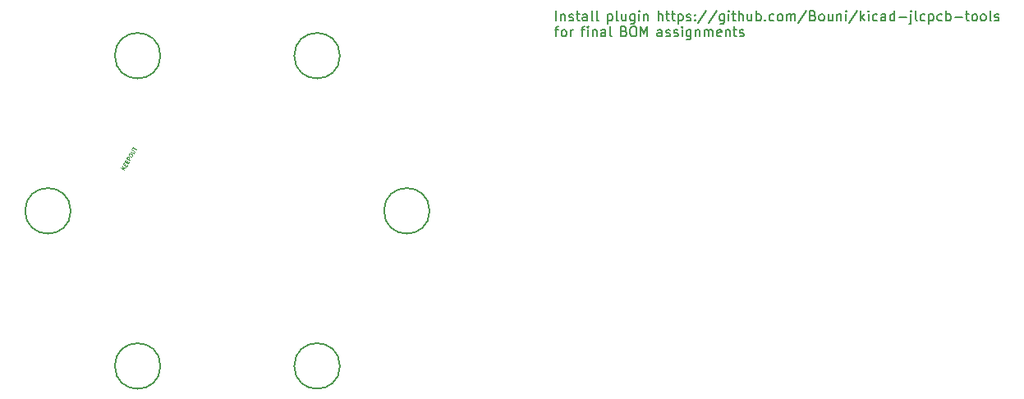
<source format=gbr>
%TF.GenerationSoftware,KiCad,Pcbnew,(7.0.0)*%
%TF.CreationDate,2023-12-11T14:41:33-05:00*%
%TF.ProjectId,stm32-accel-breakout,73746d33-322d-4616-9363-656c2d627265,rev?*%
%TF.SameCoordinates,Original*%
%TF.FileFunction,Other,Comment*%
%FSLAX46Y46*%
G04 Gerber Fmt 4.6, Leading zero omitted, Abs format (unit mm)*
G04 Created by KiCad (PCBNEW (7.0.0)) date 2023-12-11 14:41:33*
%MOMM*%
%LPD*%
G01*
G04 APERTURE LIST*
%ADD10C,0.150000*%
%ADD11C,0.070000*%
G04 APERTURE END LIST*
D10*
X183738095Y-80662380D02*
X183738095Y-79662380D01*
X184214285Y-79995714D02*
X184214285Y-80662380D01*
X184214285Y-80090952D02*
X184261904Y-80043333D01*
X184261904Y-80043333D02*
X184357142Y-79995714D01*
X184357142Y-79995714D02*
X184499999Y-79995714D01*
X184499999Y-79995714D02*
X184595237Y-80043333D01*
X184595237Y-80043333D02*
X184642856Y-80138571D01*
X184642856Y-80138571D02*
X184642856Y-80662380D01*
X185071428Y-80614761D02*
X185166666Y-80662380D01*
X185166666Y-80662380D02*
X185357142Y-80662380D01*
X185357142Y-80662380D02*
X185452380Y-80614761D01*
X185452380Y-80614761D02*
X185499999Y-80519523D01*
X185499999Y-80519523D02*
X185499999Y-80471904D01*
X185499999Y-80471904D02*
X185452380Y-80376666D01*
X185452380Y-80376666D02*
X185357142Y-80329047D01*
X185357142Y-80329047D02*
X185214285Y-80329047D01*
X185214285Y-80329047D02*
X185119047Y-80281428D01*
X185119047Y-80281428D02*
X185071428Y-80186190D01*
X185071428Y-80186190D02*
X185071428Y-80138571D01*
X185071428Y-80138571D02*
X185119047Y-80043333D01*
X185119047Y-80043333D02*
X185214285Y-79995714D01*
X185214285Y-79995714D02*
X185357142Y-79995714D01*
X185357142Y-79995714D02*
X185452380Y-80043333D01*
X185785714Y-79995714D02*
X186166666Y-79995714D01*
X185928571Y-79662380D02*
X185928571Y-80519523D01*
X185928571Y-80519523D02*
X185976190Y-80614761D01*
X185976190Y-80614761D02*
X186071428Y-80662380D01*
X186071428Y-80662380D02*
X186166666Y-80662380D01*
X186928571Y-80662380D02*
X186928571Y-80138571D01*
X186928571Y-80138571D02*
X186880952Y-80043333D01*
X186880952Y-80043333D02*
X186785714Y-79995714D01*
X186785714Y-79995714D02*
X186595238Y-79995714D01*
X186595238Y-79995714D02*
X186500000Y-80043333D01*
X186928571Y-80614761D02*
X186833333Y-80662380D01*
X186833333Y-80662380D02*
X186595238Y-80662380D01*
X186595238Y-80662380D02*
X186500000Y-80614761D01*
X186500000Y-80614761D02*
X186452381Y-80519523D01*
X186452381Y-80519523D02*
X186452381Y-80424285D01*
X186452381Y-80424285D02*
X186500000Y-80329047D01*
X186500000Y-80329047D02*
X186595238Y-80281428D01*
X186595238Y-80281428D02*
X186833333Y-80281428D01*
X186833333Y-80281428D02*
X186928571Y-80233809D01*
X187547619Y-80662380D02*
X187452381Y-80614761D01*
X187452381Y-80614761D02*
X187404762Y-80519523D01*
X187404762Y-80519523D02*
X187404762Y-79662380D01*
X188071429Y-80662380D02*
X187976191Y-80614761D01*
X187976191Y-80614761D02*
X187928572Y-80519523D01*
X187928572Y-80519523D02*
X187928572Y-79662380D01*
X189052382Y-79995714D02*
X189052382Y-80995714D01*
X189052382Y-80043333D02*
X189147620Y-79995714D01*
X189147620Y-79995714D02*
X189338096Y-79995714D01*
X189338096Y-79995714D02*
X189433334Y-80043333D01*
X189433334Y-80043333D02*
X189480953Y-80090952D01*
X189480953Y-80090952D02*
X189528572Y-80186190D01*
X189528572Y-80186190D02*
X189528572Y-80471904D01*
X189528572Y-80471904D02*
X189480953Y-80567142D01*
X189480953Y-80567142D02*
X189433334Y-80614761D01*
X189433334Y-80614761D02*
X189338096Y-80662380D01*
X189338096Y-80662380D02*
X189147620Y-80662380D01*
X189147620Y-80662380D02*
X189052382Y-80614761D01*
X190100001Y-80662380D02*
X190004763Y-80614761D01*
X190004763Y-80614761D02*
X189957144Y-80519523D01*
X189957144Y-80519523D02*
X189957144Y-79662380D01*
X190909525Y-79995714D02*
X190909525Y-80662380D01*
X190480954Y-79995714D02*
X190480954Y-80519523D01*
X190480954Y-80519523D02*
X190528573Y-80614761D01*
X190528573Y-80614761D02*
X190623811Y-80662380D01*
X190623811Y-80662380D02*
X190766668Y-80662380D01*
X190766668Y-80662380D02*
X190861906Y-80614761D01*
X190861906Y-80614761D02*
X190909525Y-80567142D01*
X191814287Y-79995714D02*
X191814287Y-80805238D01*
X191814287Y-80805238D02*
X191766668Y-80900476D01*
X191766668Y-80900476D02*
X191719049Y-80948095D01*
X191719049Y-80948095D02*
X191623811Y-80995714D01*
X191623811Y-80995714D02*
X191480954Y-80995714D01*
X191480954Y-80995714D02*
X191385716Y-80948095D01*
X191814287Y-80614761D02*
X191719049Y-80662380D01*
X191719049Y-80662380D02*
X191528573Y-80662380D01*
X191528573Y-80662380D02*
X191433335Y-80614761D01*
X191433335Y-80614761D02*
X191385716Y-80567142D01*
X191385716Y-80567142D02*
X191338097Y-80471904D01*
X191338097Y-80471904D02*
X191338097Y-80186190D01*
X191338097Y-80186190D02*
X191385716Y-80090952D01*
X191385716Y-80090952D02*
X191433335Y-80043333D01*
X191433335Y-80043333D02*
X191528573Y-79995714D01*
X191528573Y-79995714D02*
X191719049Y-79995714D01*
X191719049Y-79995714D02*
X191814287Y-80043333D01*
X192290478Y-80662380D02*
X192290478Y-79995714D01*
X192290478Y-79662380D02*
X192242859Y-79710000D01*
X192242859Y-79710000D02*
X192290478Y-79757619D01*
X192290478Y-79757619D02*
X192338097Y-79710000D01*
X192338097Y-79710000D02*
X192290478Y-79662380D01*
X192290478Y-79662380D02*
X192290478Y-79757619D01*
X192766668Y-79995714D02*
X192766668Y-80662380D01*
X192766668Y-80090952D02*
X192814287Y-80043333D01*
X192814287Y-80043333D02*
X192909525Y-79995714D01*
X192909525Y-79995714D02*
X193052382Y-79995714D01*
X193052382Y-79995714D02*
X193147620Y-80043333D01*
X193147620Y-80043333D02*
X193195239Y-80138571D01*
X193195239Y-80138571D02*
X193195239Y-80662380D01*
X194271430Y-80662380D02*
X194271430Y-79662380D01*
X194700001Y-80662380D02*
X194700001Y-80138571D01*
X194700001Y-80138571D02*
X194652382Y-80043333D01*
X194652382Y-80043333D02*
X194557144Y-79995714D01*
X194557144Y-79995714D02*
X194414287Y-79995714D01*
X194414287Y-79995714D02*
X194319049Y-80043333D01*
X194319049Y-80043333D02*
X194271430Y-80090952D01*
X195033335Y-79995714D02*
X195414287Y-79995714D01*
X195176192Y-79662380D02*
X195176192Y-80519523D01*
X195176192Y-80519523D02*
X195223811Y-80614761D01*
X195223811Y-80614761D02*
X195319049Y-80662380D01*
X195319049Y-80662380D02*
X195414287Y-80662380D01*
X195604764Y-79995714D02*
X195985716Y-79995714D01*
X195747621Y-79662380D02*
X195747621Y-80519523D01*
X195747621Y-80519523D02*
X195795240Y-80614761D01*
X195795240Y-80614761D02*
X195890478Y-80662380D01*
X195890478Y-80662380D02*
X195985716Y-80662380D01*
X196319050Y-79995714D02*
X196319050Y-80995714D01*
X196319050Y-80043333D02*
X196414288Y-79995714D01*
X196414288Y-79995714D02*
X196604764Y-79995714D01*
X196604764Y-79995714D02*
X196700002Y-80043333D01*
X196700002Y-80043333D02*
X196747621Y-80090952D01*
X196747621Y-80090952D02*
X196795240Y-80186190D01*
X196795240Y-80186190D02*
X196795240Y-80471904D01*
X196795240Y-80471904D02*
X196747621Y-80567142D01*
X196747621Y-80567142D02*
X196700002Y-80614761D01*
X196700002Y-80614761D02*
X196604764Y-80662380D01*
X196604764Y-80662380D02*
X196414288Y-80662380D01*
X196414288Y-80662380D02*
X196319050Y-80614761D01*
X197176193Y-80614761D02*
X197271431Y-80662380D01*
X197271431Y-80662380D02*
X197461907Y-80662380D01*
X197461907Y-80662380D02*
X197557145Y-80614761D01*
X197557145Y-80614761D02*
X197604764Y-80519523D01*
X197604764Y-80519523D02*
X197604764Y-80471904D01*
X197604764Y-80471904D02*
X197557145Y-80376666D01*
X197557145Y-80376666D02*
X197461907Y-80329047D01*
X197461907Y-80329047D02*
X197319050Y-80329047D01*
X197319050Y-80329047D02*
X197223812Y-80281428D01*
X197223812Y-80281428D02*
X197176193Y-80186190D01*
X197176193Y-80186190D02*
X197176193Y-80138571D01*
X197176193Y-80138571D02*
X197223812Y-80043333D01*
X197223812Y-80043333D02*
X197319050Y-79995714D01*
X197319050Y-79995714D02*
X197461907Y-79995714D01*
X197461907Y-79995714D02*
X197557145Y-80043333D01*
X198033336Y-80567142D02*
X198080955Y-80614761D01*
X198080955Y-80614761D02*
X198033336Y-80662380D01*
X198033336Y-80662380D02*
X197985717Y-80614761D01*
X197985717Y-80614761D02*
X198033336Y-80567142D01*
X198033336Y-80567142D02*
X198033336Y-80662380D01*
X198033336Y-80043333D02*
X198080955Y-80090952D01*
X198080955Y-80090952D02*
X198033336Y-80138571D01*
X198033336Y-80138571D02*
X197985717Y-80090952D01*
X197985717Y-80090952D02*
X198033336Y-80043333D01*
X198033336Y-80043333D02*
X198033336Y-80138571D01*
X199223811Y-79614761D02*
X198366669Y-80900476D01*
X200271430Y-79614761D02*
X199414288Y-80900476D01*
X201033335Y-79995714D02*
X201033335Y-80805238D01*
X201033335Y-80805238D02*
X200985716Y-80900476D01*
X200985716Y-80900476D02*
X200938097Y-80948095D01*
X200938097Y-80948095D02*
X200842859Y-80995714D01*
X200842859Y-80995714D02*
X200700002Y-80995714D01*
X200700002Y-80995714D02*
X200604764Y-80948095D01*
X201033335Y-80614761D02*
X200938097Y-80662380D01*
X200938097Y-80662380D02*
X200747621Y-80662380D01*
X200747621Y-80662380D02*
X200652383Y-80614761D01*
X200652383Y-80614761D02*
X200604764Y-80567142D01*
X200604764Y-80567142D02*
X200557145Y-80471904D01*
X200557145Y-80471904D02*
X200557145Y-80186190D01*
X200557145Y-80186190D02*
X200604764Y-80090952D01*
X200604764Y-80090952D02*
X200652383Y-80043333D01*
X200652383Y-80043333D02*
X200747621Y-79995714D01*
X200747621Y-79995714D02*
X200938097Y-79995714D01*
X200938097Y-79995714D02*
X201033335Y-80043333D01*
X201509526Y-80662380D02*
X201509526Y-79995714D01*
X201509526Y-79662380D02*
X201461907Y-79710000D01*
X201461907Y-79710000D02*
X201509526Y-79757619D01*
X201509526Y-79757619D02*
X201557145Y-79710000D01*
X201557145Y-79710000D02*
X201509526Y-79662380D01*
X201509526Y-79662380D02*
X201509526Y-79757619D01*
X201842859Y-79995714D02*
X202223811Y-79995714D01*
X201985716Y-79662380D02*
X201985716Y-80519523D01*
X201985716Y-80519523D02*
X202033335Y-80614761D01*
X202033335Y-80614761D02*
X202128573Y-80662380D01*
X202128573Y-80662380D02*
X202223811Y-80662380D01*
X202557145Y-80662380D02*
X202557145Y-79662380D01*
X202985716Y-80662380D02*
X202985716Y-80138571D01*
X202985716Y-80138571D02*
X202938097Y-80043333D01*
X202938097Y-80043333D02*
X202842859Y-79995714D01*
X202842859Y-79995714D02*
X202700002Y-79995714D01*
X202700002Y-79995714D02*
X202604764Y-80043333D01*
X202604764Y-80043333D02*
X202557145Y-80090952D01*
X203890478Y-79995714D02*
X203890478Y-80662380D01*
X203461907Y-79995714D02*
X203461907Y-80519523D01*
X203461907Y-80519523D02*
X203509526Y-80614761D01*
X203509526Y-80614761D02*
X203604764Y-80662380D01*
X203604764Y-80662380D02*
X203747621Y-80662380D01*
X203747621Y-80662380D02*
X203842859Y-80614761D01*
X203842859Y-80614761D02*
X203890478Y-80567142D01*
X204366669Y-80662380D02*
X204366669Y-79662380D01*
X204366669Y-80043333D02*
X204461907Y-79995714D01*
X204461907Y-79995714D02*
X204652383Y-79995714D01*
X204652383Y-79995714D02*
X204747621Y-80043333D01*
X204747621Y-80043333D02*
X204795240Y-80090952D01*
X204795240Y-80090952D02*
X204842859Y-80186190D01*
X204842859Y-80186190D02*
X204842859Y-80471904D01*
X204842859Y-80471904D02*
X204795240Y-80567142D01*
X204795240Y-80567142D02*
X204747621Y-80614761D01*
X204747621Y-80614761D02*
X204652383Y-80662380D01*
X204652383Y-80662380D02*
X204461907Y-80662380D01*
X204461907Y-80662380D02*
X204366669Y-80614761D01*
X205271431Y-80567142D02*
X205319050Y-80614761D01*
X205319050Y-80614761D02*
X205271431Y-80662380D01*
X205271431Y-80662380D02*
X205223812Y-80614761D01*
X205223812Y-80614761D02*
X205271431Y-80567142D01*
X205271431Y-80567142D02*
X205271431Y-80662380D01*
X206176192Y-80614761D02*
X206080954Y-80662380D01*
X206080954Y-80662380D02*
X205890478Y-80662380D01*
X205890478Y-80662380D02*
X205795240Y-80614761D01*
X205795240Y-80614761D02*
X205747621Y-80567142D01*
X205747621Y-80567142D02*
X205700002Y-80471904D01*
X205700002Y-80471904D02*
X205700002Y-80186190D01*
X205700002Y-80186190D02*
X205747621Y-80090952D01*
X205747621Y-80090952D02*
X205795240Y-80043333D01*
X205795240Y-80043333D02*
X205890478Y-79995714D01*
X205890478Y-79995714D02*
X206080954Y-79995714D01*
X206080954Y-79995714D02*
X206176192Y-80043333D01*
X206747621Y-80662380D02*
X206652383Y-80614761D01*
X206652383Y-80614761D02*
X206604764Y-80567142D01*
X206604764Y-80567142D02*
X206557145Y-80471904D01*
X206557145Y-80471904D02*
X206557145Y-80186190D01*
X206557145Y-80186190D02*
X206604764Y-80090952D01*
X206604764Y-80090952D02*
X206652383Y-80043333D01*
X206652383Y-80043333D02*
X206747621Y-79995714D01*
X206747621Y-79995714D02*
X206890478Y-79995714D01*
X206890478Y-79995714D02*
X206985716Y-80043333D01*
X206985716Y-80043333D02*
X207033335Y-80090952D01*
X207033335Y-80090952D02*
X207080954Y-80186190D01*
X207080954Y-80186190D02*
X207080954Y-80471904D01*
X207080954Y-80471904D02*
X207033335Y-80567142D01*
X207033335Y-80567142D02*
X206985716Y-80614761D01*
X206985716Y-80614761D02*
X206890478Y-80662380D01*
X206890478Y-80662380D02*
X206747621Y-80662380D01*
X207509526Y-80662380D02*
X207509526Y-79995714D01*
X207509526Y-80090952D02*
X207557145Y-80043333D01*
X207557145Y-80043333D02*
X207652383Y-79995714D01*
X207652383Y-79995714D02*
X207795240Y-79995714D01*
X207795240Y-79995714D02*
X207890478Y-80043333D01*
X207890478Y-80043333D02*
X207938097Y-80138571D01*
X207938097Y-80138571D02*
X207938097Y-80662380D01*
X207938097Y-80138571D02*
X207985716Y-80043333D01*
X207985716Y-80043333D02*
X208080954Y-79995714D01*
X208080954Y-79995714D02*
X208223811Y-79995714D01*
X208223811Y-79995714D02*
X208319050Y-80043333D01*
X208319050Y-80043333D02*
X208366669Y-80138571D01*
X208366669Y-80138571D02*
X208366669Y-80662380D01*
X209557144Y-79614761D02*
X208700002Y-80900476D01*
X210223811Y-80138571D02*
X210366668Y-80186190D01*
X210366668Y-80186190D02*
X210414287Y-80233809D01*
X210414287Y-80233809D02*
X210461906Y-80329047D01*
X210461906Y-80329047D02*
X210461906Y-80471904D01*
X210461906Y-80471904D02*
X210414287Y-80567142D01*
X210414287Y-80567142D02*
X210366668Y-80614761D01*
X210366668Y-80614761D02*
X210271430Y-80662380D01*
X210271430Y-80662380D02*
X209890478Y-80662380D01*
X209890478Y-80662380D02*
X209890478Y-79662380D01*
X209890478Y-79662380D02*
X210223811Y-79662380D01*
X210223811Y-79662380D02*
X210319049Y-79710000D01*
X210319049Y-79710000D02*
X210366668Y-79757619D01*
X210366668Y-79757619D02*
X210414287Y-79852857D01*
X210414287Y-79852857D02*
X210414287Y-79948095D01*
X210414287Y-79948095D02*
X210366668Y-80043333D01*
X210366668Y-80043333D02*
X210319049Y-80090952D01*
X210319049Y-80090952D02*
X210223811Y-80138571D01*
X210223811Y-80138571D02*
X209890478Y-80138571D01*
X211033335Y-80662380D02*
X210938097Y-80614761D01*
X210938097Y-80614761D02*
X210890478Y-80567142D01*
X210890478Y-80567142D02*
X210842859Y-80471904D01*
X210842859Y-80471904D02*
X210842859Y-80186190D01*
X210842859Y-80186190D02*
X210890478Y-80090952D01*
X210890478Y-80090952D02*
X210938097Y-80043333D01*
X210938097Y-80043333D02*
X211033335Y-79995714D01*
X211033335Y-79995714D02*
X211176192Y-79995714D01*
X211176192Y-79995714D02*
X211271430Y-80043333D01*
X211271430Y-80043333D02*
X211319049Y-80090952D01*
X211319049Y-80090952D02*
X211366668Y-80186190D01*
X211366668Y-80186190D02*
X211366668Y-80471904D01*
X211366668Y-80471904D02*
X211319049Y-80567142D01*
X211319049Y-80567142D02*
X211271430Y-80614761D01*
X211271430Y-80614761D02*
X211176192Y-80662380D01*
X211176192Y-80662380D02*
X211033335Y-80662380D01*
X212223811Y-79995714D02*
X212223811Y-80662380D01*
X211795240Y-79995714D02*
X211795240Y-80519523D01*
X211795240Y-80519523D02*
X211842859Y-80614761D01*
X211842859Y-80614761D02*
X211938097Y-80662380D01*
X211938097Y-80662380D02*
X212080954Y-80662380D01*
X212080954Y-80662380D02*
X212176192Y-80614761D01*
X212176192Y-80614761D02*
X212223811Y-80567142D01*
X212700002Y-79995714D02*
X212700002Y-80662380D01*
X212700002Y-80090952D02*
X212747621Y-80043333D01*
X212747621Y-80043333D02*
X212842859Y-79995714D01*
X212842859Y-79995714D02*
X212985716Y-79995714D01*
X212985716Y-79995714D02*
X213080954Y-80043333D01*
X213080954Y-80043333D02*
X213128573Y-80138571D01*
X213128573Y-80138571D02*
X213128573Y-80662380D01*
X213604764Y-80662380D02*
X213604764Y-79995714D01*
X213604764Y-79662380D02*
X213557145Y-79710000D01*
X213557145Y-79710000D02*
X213604764Y-79757619D01*
X213604764Y-79757619D02*
X213652383Y-79710000D01*
X213652383Y-79710000D02*
X213604764Y-79662380D01*
X213604764Y-79662380D02*
X213604764Y-79757619D01*
X214795239Y-79614761D02*
X213938097Y-80900476D01*
X215128573Y-80662380D02*
X215128573Y-79662380D01*
X215223811Y-80281428D02*
X215509525Y-80662380D01*
X215509525Y-79995714D02*
X215128573Y-80376666D01*
X215938097Y-80662380D02*
X215938097Y-79995714D01*
X215938097Y-79662380D02*
X215890478Y-79710000D01*
X215890478Y-79710000D02*
X215938097Y-79757619D01*
X215938097Y-79757619D02*
X215985716Y-79710000D01*
X215985716Y-79710000D02*
X215938097Y-79662380D01*
X215938097Y-79662380D02*
X215938097Y-79757619D01*
X216842858Y-80614761D02*
X216747620Y-80662380D01*
X216747620Y-80662380D02*
X216557144Y-80662380D01*
X216557144Y-80662380D02*
X216461906Y-80614761D01*
X216461906Y-80614761D02*
X216414287Y-80567142D01*
X216414287Y-80567142D02*
X216366668Y-80471904D01*
X216366668Y-80471904D02*
X216366668Y-80186190D01*
X216366668Y-80186190D02*
X216414287Y-80090952D01*
X216414287Y-80090952D02*
X216461906Y-80043333D01*
X216461906Y-80043333D02*
X216557144Y-79995714D01*
X216557144Y-79995714D02*
X216747620Y-79995714D01*
X216747620Y-79995714D02*
X216842858Y-80043333D01*
X217700001Y-80662380D02*
X217700001Y-80138571D01*
X217700001Y-80138571D02*
X217652382Y-80043333D01*
X217652382Y-80043333D02*
X217557144Y-79995714D01*
X217557144Y-79995714D02*
X217366668Y-79995714D01*
X217366668Y-79995714D02*
X217271430Y-80043333D01*
X217700001Y-80614761D02*
X217604763Y-80662380D01*
X217604763Y-80662380D02*
X217366668Y-80662380D01*
X217366668Y-80662380D02*
X217271430Y-80614761D01*
X217271430Y-80614761D02*
X217223811Y-80519523D01*
X217223811Y-80519523D02*
X217223811Y-80424285D01*
X217223811Y-80424285D02*
X217271430Y-80329047D01*
X217271430Y-80329047D02*
X217366668Y-80281428D01*
X217366668Y-80281428D02*
X217604763Y-80281428D01*
X217604763Y-80281428D02*
X217700001Y-80233809D01*
X218604763Y-80662380D02*
X218604763Y-79662380D01*
X218604763Y-80614761D02*
X218509525Y-80662380D01*
X218509525Y-80662380D02*
X218319049Y-80662380D01*
X218319049Y-80662380D02*
X218223811Y-80614761D01*
X218223811Y-80614761D02*
X218176192Y-80567142D01*
X218176192Y-80567142D02*
X218128573Y-80471904D01*
X218128573Y-80471904D02*
X218128573Y-80186190D01*
X218128573Y-80186190D02*
X218176192Y-80090952D01*
X218176192Y-80090952D02*
X218223811Y-80043333D01*
X218223811Y-80043333D02*
X218319049Y-79995714D01*
X218319049Y-79995714D02*
X218509525Y-79995714D01*
X218509525Y-79995714D02*
X218604763Y-80043333D01*
X219080954Y-80281428D02*
X219842859Y-80281428D01*
X220319049Y-79995714D02*
X220319049Y-80852857D01*
X220319049Y-80852857D02*
X220271430Y-80948095D01*
X220271430Y-80948095D02*
X220176192Y-80995714D01*
X220176192Y-80995714D02*
X220128573Y-80995714D01*
X220319049Y-79662380D02*
X220271430Y-79710000D01*
X220271430Y-79710000D02*
X220319049Y-79757619D01*
X220319049Y-79757619D02*
X220366668Y-79710000D01*
X220366668Y-79710000D02*
X220319049Y-79662380D01*
X220319049Y-79662380D02*
X220319049Y-79757619D01*
X220938096Y-80662380D02*
X220842858Y-80614761D01*
X220842858Y-80614761D02*
X220795239Y-80519523D01*
X220795239Y-80519523D02*
X220795239Y-79662380D01*
X221747620Y-80614761D02*
X221652382Y-80662380D01*
X221652382Y-80662380D02*
X221461906Y-80662380D01*
X221461906Y-80662380D02*
X221366668Y-80614761D01*
X221366668Y-80614761D02*
X221319049Y-80567142D01*
X221319049Y-80567142D02*
X221271430Y-80471904D01*
X221271430Y-80471904D02*
X221271430Y-80186190D01*
X221271430Y-80186190D02*
X221319049Y-80090952D01*
X221319049Y-80090952D02*
X221366668Y-80043333D01*
X221366668Y-80043333D02*
X221461906Y-79995714D01*
X221461906Y-79995714D02*
X221652382Y-79995714D01*
X221652382Y-79995714D02*
X221747620Y-80043333D01*
X222176192Y-79995714D02*
X222176192Y-80995714D01*
X222176192Y-80043333D02*
X222271430Y-79995714D01*
X222271430Y-79995714D02*
X222461906Y-79995714D01*
X222461906Y-79995714D02*
X222557144Y-80043333D01*
X222557144Y-80043333D02*
X222604763Y-80090952D01*
X222604763Y-80090952D02*
X222652382Y-80186190D01*
X222652382Y-80186190D02*
X222652382Y-80471904D01*
X222652382Y-80471904D02*
X222604763Y-80567142D01*
X222604763Y-80567142D02*
X222557144Y-80614761D01*
X222557144Y-80614761D02*
X222461906Y-80662380D01*
X222461906Y-80662380D02*
X222271430Y-80662380D01*
X222271430Y-80662380D02*
X222176192Y-80614761D01*
X223509525Y-80614761D02*
X223414287Y-80662380D01*
X223414287Y-80662380D02*
X223223811Y-80662380D01*
X223223811Y-80662380D02*
X223128573Y-80614761D01*
X223128573Y-80614761D02*
X223080954Y-80567142D01*
X223080954Y-80567142D02*
X223033335Y-80471904D01*
X223033335Y-80471904D02*
X223033335Y-80186190D01*
X223033335Y-80186190D02*
X223080954Y-80090952D01*
X223080954Y-80090952D02*
X223128573Y-80043333D01*
X223128573Y-80043333D02*
X223223811Y-79995714D01*
X223223811Y-79995714D02*
X223414287Y-79995714D01*
X223414287Y-79995714D02*
X223509525Y-80043333D01*
X223938097Y-80662380D02*
X223938097Y-79662380D01*
X223938097Y-80043333D02*
X224033335Y-79995714D01*
X224033335Y-79995714D02*
X224223811Y-79995714D01*
X224223811Y-79995714D02*
X224319049Y-80043333D01*
X224319049Y-80043333D02*
X224366668Y-80090952D01*
X224366668Y-80090952D02*
X224414287Y-80186190D01*
X224414287Y-80186190D02*
X224414287Y-80471904D01*
X224414287Y-80471904D02*
X224366668Y-80567142D01*
X224366668Y-80567142D02*
X224319049Y-80614761D01*
X224319049Y-80614761D02*
X224223811Y-80662380D01*
X224223811Y-80662380D02*
X224033335Y-80662380D01*
X224033335Y-80662380D02*
X223938097Y-80614761D01*
X224842859Y-80281428D02*
X225604764Y-80281428D01*
X225938097Y-79995714D02*
X226319049Y-79995714D01*
X226080954Y-79662380D02*
X226080954Y-80519523D01*
X226080954Y-80519523D02*
X226128573Y-80614761D01*
X226128573Y-80614761D02*
X226223811Y-80662380D01*
X226223811Y-80662380D02*
X226319049Y-80662380D01*
X226795240Y-80662380D02*
X226700002Y-80614761D01*
X226700002Y-80614761D02*
X226652383Y-80567142D01*
X226652383Y-80567142D02*
X226604764Y-80471904D01*
X226604764Y-80471904D02*
X226604764Y-80186190D01*
X226604764Y-80186190D02*
X226652383Y-80090952D01*
X226652383Y-80090952D02*
X226700002Y-80043333D01*
X226700002Y-80043333D02*
X226795240Y-79995714D01*
X226795240Y-79995714D02*
X226938097Y-79995714D01*
X226938097Y-79995714D02*
X227033335Y-80043333D01*
X227033335Y-80043333D02*
X227080954Y-80090952D01*
X227080954Y-80090952D02*
X227128573Y-80186190D01*
X227128573Y-80186190D02*
X227128573Y-80471904D01*
X227128573Y-80471904D02*
X227080954Y-80567142D01*
X227080954Y-80567142D02*
X227033335Y-80614761D01*
X227033335Y-80614761D02*
X226938097Y-80662380D01*
X226938097Y-80662380D02*
X226795240Y-80662380D01*
X227700002Y-80662380D02*
X227604764Y-80614761D01*
X227604764Y-80614761D02*
X227557145Y-80567142D01*
X227557145Y-80567142D02*
X227509526Y-80471904D01*
X227509526Y-80471904D02*
X227509526Y-80186190D01*
X227509526Y-80186190D02*
X227557145Y-80090952D01*
X227557145Y-80090952D02*
X227604764Y-80043333D01*
X227604764Y-80043333D02*
X227700002Y-79995714D01*
X227700002Y-79995714D02*
X227842859Y-79995714D01*
X227842859Y-79995714D02*
X227938097Y-80043333D01*
X227938097Y-80043333D02*
X227985716Y-80090952D01*
X227985716Y-80090952D02*
X228033335Y-80186190D01*
X228033335Y-80186190D02*
X228033335Y-80471904D01*
X228033335Y-80471904D02*
X227985716Y-80567142D01*
X227985716Y-80567142D02*
X227938097Y-80614761D01*
X227938097Y-80614761D02*
X227842859Y-80662380D01*
X227842859Y-80662380D02*
X227700002Y-80662380D01*
X228604764Y-80662380D02*
X228509526Y-80614761D01*
X228509526Y-80614761D02*
X228461907Y-80519523D01*
X228461907Y-80519523D02*
X228461907Y-79662380D01*
X228938098Y-80614761D02*
X229033336Y-80662380D01*
X229033336Y-80662380D02*
X229223812Y-80662380D01*
X229223812Y-80662380D02*
X229319050Y-80614761D01*
X229319050Y-80614761D02*
X229366669Y-80519523D01*
X229366669Y-80519523D02*
X229366669Y-80471904D01*
X229366669Y-80471904D02*
X229319050Y-80376666D01*
X229319050Y-80376666D02*
X229223812Y-80329047D01*
X229223812Y-80329047D02*
X229080955Y-80329047D01*
X229080955Y-80329047D02*
X228985717Y-80281428D01*
X228985717Y-80281428D02*
X228938098Y-80186190D01*
X228938098Y-80186190D02*
X228938098Y-80138571D01*
X228938098Y-80138571D02*
X228985717Y-80043333D01*
X228985717Y-80043333D02*
X229080955Y-79995714D01*
X229080955Y-79995714D02*
X229223812Y-79995714D01*
X229223812Y-79995714D02*
X229319050Y-80043333D01*
X183595238Y-81615714D02*
X183976190Y-81615714D01*
X183738095Y-82282380D02*
X183738095Y-81425238D01*
X183738095Y-81425238D02*
X183785714Y-81330000D01*
X183785714Y-81330000D02*
X183880952Y-81282380D01*
X183880952Y-81282380D02*
X183976190Y-81282380D01*
X184452381Y-82282380D02*
X184357143Y-82234761D01*
X184357143Y-82234761D02*
X184309524Y-82187142D01*
X184309524Y-82187142D02*
X184261905Y-82091904D01*
X184261905Y-82091904D02*
X184261905Y-81806190D01*
X184261905Y-81806190D02*
X184309524Y-81710952D01*
X184309524Y-81710952D02*
X184357143Y-81663333D01*
X184357143Y-81663333D02*
X184452381Y-81615714D01*
X184452381Y-81615714D02*
X184595238Y-81615714D01*
X184595238Y-81615714D02*
X184690476Y-81663333D01*
X184690476Y-81663333D02*
X184738095Y-81710952D01*
X184738095Y-81710952D02*
X184785714Y-81806190D01*
X184785714Y-81806190D02*
X184785714Y-82091904D01*
X184785714Y-82091904D02*
X184738095Y-82187142D01*
X184738095Y-82187142D02*
X184690476Y-82234761D01*
X184690476Y-82234761D02*
X184595238Y-82282380D01*
X184595238Y-82282380D02*
X184452381Y-82282380D01*
X185214286Y-82282380D02*
X185214286Y-81615714D01*
X185214286Y-81806190D02*
X185261905Y-81710952D01*
X185261905Y-81710952D02*
X185309524Y-81663333D01*
X185309524Y-81663333D02*
X185404762Y-81615714D01*
X185404762Y-81615714D02*
X185500000Y-81615714D01*
X186290477Y-81615714D02*
X186671429Y-81615714D01*
X186433334Y-82282380D02*
X186433334Y-81425238D01*
X186433334Y-81425238D02*
X186480953Y-81330000D01*
X186480953Y-81330000D02*
X186576191Y-81282380D01*
X186576191Y-81282380D02*
X186671429Y-81282380D01*
X187004763Y-82282380D02*
X187004763Y-81615714D01*
X187004763Y-81282380D02*
X186957144Y-81330000D01*
X186957144Y-81330000D02*
X187004763Y-81377619D01*
X187004763Y-81377619D02*
X187052382Y-81330000D01*
X187052382Y-81330000D02*
X187004763Y-81282380D01*
X187004763Y-81282380D02*
X187004763Y-81377619D01*
X187480953Y-81615714D02*
X187480953Y-82282380D01*
X187480953Y-81710952D02*
X187528572Y-81663333D01*
X187528572Y-81663333D02*
X187623810Y-81615714D01*
X187623810Y-81615714D02*
X187766667Y-81615714D01*
X187766667Y-81615714D02*
X187861905Y-81663333D01*
X187861905Y-81663333D02*
X187909524Y-81758571D01*
X187909524Y-81758571D02*
X187909524Y-82282380D01*
X188814286Y-82282380D02*
X188814286Y-81758571D01*
X188814286Y-81758571D02*
X188766667Y-81663333D01*
X188766667Y-81663333D02*
X188671429Y-81615714D01*
X188671429Y-81615714D02*
X188480953Y-81615714D01*
X188480953Y-81615714D02*
X188385715Y-81663333D01*
X188814286Y-82234761D02*
X188719048Y-82282380D01*
X188719048Y-82282380D02*
X188480953Y-82282380D01*
X188480953Y-82282380D02*
X188385715Y-82234761D01*
X188385715Y-82234761D02*
X188338096Y-82139523D01*
X188338096Y-82139523D02*
X188338096Y-82044285D01*
X188338096Y-82044285D02*
X188385715Y-81949047D01*
X188385715Y-81949047D02*
X188480953Y-81901428D01*
X188480953Y-81901428D02*
X188719048Y-81901428D01*
X188719048Y-81901428D02*
X188814286Y-81853809D01*
X189433334Y-82282380D02*
X189338096Y-82234761D01*
X189338096Y-82234761D02*
X189290477Y-82139523D01*
X189290477Y-82139523D02*
X189290477Y-81282380D01*
X190747620Y-81758571D02*
X190890477Y-81806190D01*
X190890477Y-81806190D02*
X190938096Y-81853809D01*
X190938096Y-81853809D02*
X190985715Y-81949047D01*
X190985715Y-81949047D02*
X190985715Y-82091904D01*
X190985715Y-82091904D02*
X190938096Y-82187142D01*
X190938096Y-82187142D02*
X190890477Y-82234761D01*
X190890477Y-82234761D02*
X190795239Y-82282380D01*
X190795239Y-82282380D02*
X190414287Y-82282380D01*
X190414287Y-82282380D02*
X190414287Y-81282380D01*
X190414287Y-81282380D02*
X190747620Y-81282380D01*
X190747620Y-81282380D02*
X190842858Y-81330000D01*
X190842858Y-81330000D02*
X190890477Y-81377619D01*
X190890477Y-81377619D02*
X190938096Y-81472857D01*
X190938096Y-81472857D02*
X190938096Y-81568095D01*
X190938096Y-81568095D02*
X190890477Y-81663333D01*
X190890477Y-81663333D02*
X190842858Y-81710952D01*
X190842858Y-81710952D02*
X190747620Y-81758571D01*
X190747620Y-81758571D02*
X190414287Y-81758571D01*
X191604763Y-81282380D02*
X191795239Y-81282380D01*
X191795239Y-81282380D02*
X191890477Y-81330000D01*
X191890477Y-81330000D02*
X191985715Y-81425238D01*
X191985715Y-81425238D02*
X192033334Y-81615714D01*
X192033334Y-81615714D02*
X192033334Y-81949047D01*
X192033334Y-81949047D02*
X191985715Y-82139523D01*
X191985715Y-82139523D02*
X191890477Y-82234761D01*
X191890477Y-82234761D02*
X191795239Y-82282380D01*
X191795239Y-82282380D02*
X191604763Y-82282380D01*
X191604763Y-82282380D02*
X191509525Y-82234761D01*
X191509525Y-82234761D02*
X191414287Y-82139523D01*
X191414287Y-82139523D02*
X191366668Y-81949047D01*
X191366668Y-81949047D02*
X191366668Y-81615714D01*
X191366668Y-81615714D02*
X191414287Y-81425238D01*
X191414287Y-81425238D02*
X191509525Y-81330000D01*
X191509525Y-81330000D02*
X191604763Y-81282380D01*
X192461906Y-82282380D02*
X192461906Y-81282380D01*
X192461906Y-81282380D02*
X192795239Y-81996666D01*
X192795239Y-81996666D02*
X193128572Y-81282380D01*
X193128572Y-81282380D02*
X193128572Y-82282380D01*
X194633334Y-82282380D02*
X194633334Y-81758571D01*
X194633334Y-81758571D02*
X194585715Y-81663333D01*
X194585715Y-81663333D02*
X194490477Y-81615714D01*
X194490477Y-81615714D02*
X194300001Y-81615714D01*
X194300001Y-81615714D02*
X194204763Y-81663333D01*
X194633334Y-82234761D02*
X194538096Y-82282380D01*
X194538096Y-82282380D02*
X194300001Y-82282380D01*
X194300001Y-82282380D02*
X194204763Y-82234761D01*
X194204763Y-82234761D02*
X194157144Y-82139523D01*
X194157144Y-82139523D02*
X194157144Y-82044285D01*
X194157144Y-82044285D02*
X194204763Y-81949047D01*
X194204763Y-81949047D02*
X194300001Y-81901428D01*
X194300001Y-81901428D02*
X194538096Y-81901428D01*
X194538096Y-81901428D02*
X194633334Y-81853809D01*
X195061906Y-82234761D02*
X195157144Y-82282380D01*
X195157144Y-82282380D02*
X195347620Y-82282380D01*
X195347620Y-82282380D02*
X195442858Y-82234761D01*
X195442858Y-82234761D02*
X195490477Y-82139523D01*
X195490477Y-82139523D02*
X195490477Y-82091904D01*
X195490477Y-82091904D02*
X195442858Y-81996666D01*
X195442858Y-81996666D02*
X195347620Y-81949047D01*
X195347620Y-81949047D02*
X195204763Y-81949047D01*
X195204763Y-81949047D02*
X195109525Y-81901428D01*
X195109525Y-81901428D02*
X195061906Y-81806190D01*
X195061906Y-81806190D02*
X195061906Y-81758571D01*
X195061906Y-81758571D02*
X195109525Y-81663333D01*
X195109525Y-81663333D02*
X195204763Y-81615714D01*
X195204763Y-81615714D02*
X195347620Y-81615714D01*
X195347620Y-81615714D02*
X195442858Y-81663333D01*
X195871430Y-82234761D02*
X195966668Y-82282380D01*
X195966668Y-82282380D02*
X196157144Y-82282380D01*
X196157144Y-82282380D02*
X196252382Y-82234761D01*
X196252382Y-82234761D02*
X196300001Y-82139523D01*
X196300001Y-82139523D02*
X196300001Y-82091904D01*
X196300001Y-82091904D02*
X196252382Y-81996666D01*
X196252382Y-81996666D02*
X196157144Y-81949047D01*
X196157144Y-81949047D02*
X196014287Y-81949047D01*
X196014287Y-81949047D02*
X195919049Y-81901428D01*
X195919049Y-81901428D02*
X195871430Y-81806190D01*
X195871430Y-81806190D02*
X195871430Y-81758571D01*
X195871430Y-81758571D02*
X195919049Y-81663333D01*
X195919049Y-81663333D02*
X196014287Y-81615714D01*
X196014287Y-81615714D02*
X196157144Y-81615714D01*
X196157144Y-81615714D02*
X196252382Y-81663333D01*
X196728573Y-82282380D02*
X196728573Y-81615714D01*
X196728573Y-81282380D02*
X196680954Y-81330000D01*
X196680954Y-81330000D02*
X196728573Y-81377619D01*
X196728573Y-81377619D02*
X196776192Y-81330000D01*
X196776192Y-81330000D02*
X196728573Y-81282380D01*
X196728573Y-81282380D02*
X196728573Y-81377619D01*
X197633334Y-81615714D02*
X197633334Y-82425238D01*
X197633334Y-82425238D02*
X197585715Y-82520476D01*
X197585715Y-82520476D02*
X197538096Y-82568095D01*
X197538096Y-82568095D02*
X197442858Y-82615714D01*
X197442858Y-82615714D02*
X197300001Y-82615714D01*
X197300001Y-82615714D02*
X197204763Y-82568095D01*
X197633334Y-82234761D02*
X197538096Y-82282380D01*
X197538096Y-82282380D02*
X197347620Y-82282380D01*
X197347620Y-82282380D02*
X197252382Y-82234761D01*
X197252382Y-82234761D02*
X197204763Y-82187142D01*
X197204763Y-82187142D02*
X197157144Y-82091904D01*
X197157144Y-82091904D02*
X197157144Y-81806190D01*
X197157144Y-81806190D02*
X197204763Y-81710952D01*
X197204763Y-81710952D02*
X197252382Y-81663333D01*
X197252382Y-81663333D02*
X197347620Y-81615714D01*
X197347620Y-81615714D02*
X197538096Y-81615714D01*
X197538096Y-81615714D02*
X197633334Y-81663333D01*
X198109525Y-81615714D02*
X198109525Y-82282380D01*
X198109525Y-81710952D02*
X198157144Y-81663333D01*
X198157144Y-81663333D02*
X198252382Y-81615714D01*
X198252382Y-81615714D02*
X198395239Y-81615714D01*
X198395239Y-81615714D02*
X198490477Y-81663333D01*
X198490477Y-81663333D02*
X198538096Y-81758571D01*
X198538096Y-81758571D02*
X198538096Y-82282380D01*
X199014287Y-82282380D02*
X199014287Y-81615714D01*
X199014287Y-81710952D02*
X199061906Y-81663333D01*
X199061906Y-81663333D02*
X199157144Y-81615714D01*
X199157144Y-81615714D02*
X199300001Y-81615714D01*
X199300001Y-81615714D02*
X199395239Y-81663333D01*
X199395239Y-81663333D02*
X199442858Y-81758571D01*
X199442858Y-81758571D02*
X199442858Y-82282380D01*
X199442858Y-81758571D02*
X199490477Y-81663333D01*
X199490477Y-81663333D02*
X199585715Y-81615714D01*
X199585715Y-81615714D02*
X199728572Y-81615714D01*
X199728572Y-81615714D02*
X199823811Y-81663333D01*
X199823811Y-81663333D02*
X199871430Y-81758571D01*
X199871430Y-81758571D02*
X199871430Y-82282380D01*
X200728572Y-82234761D02*
X200633334Y-82282380D01*
X200633334Y-82282380D02*
X200442858Y-82282380D01*
X200442858Y-82282380D02*
X200347620Y-82234761D01*
X200347620Y-82234761D02*
X200300001Y-82139523D01*
X200300001Y-82139523D02*
X200300001Y-81758571D01*
X200300001Y-81758571D02*
X200347620Y-81663333D01*
X200347620Y-81663333D02*
X200442858Y-81615714D01*
X200442858Y-81615714D02*
X200633334Y-81615714D01*
X200633334Y-81615714D02*
X200728572Y-81663333D01*
X200728572Y-81663333D02*
X200776191Y-81758571D01*
X200776191Y-81758571D02*
X200776191Y-81853809D01*
X200776191Y-81853809D02*
X200300001Y-81949047D01*
X201204763Y-81615714D02*
X201204763Y-82282380D01*
X201204763Y-81710952D02*
X201252382Y-81663333D01*
X201252382Y-81663333D02*
X201347620Y-81615714D01*
X201347620Y-81615714D02*
X201490477Y-81615714D01*
X201490477Y-81615714D02*
X201585715Y-81663333D01*
X201585715Y-81663333D02*
X201633334Y-81758571D01*
X201633334Y-81758571D02*
X201633334Y-82282380D01*
X201966668Y-81615714D02*
X202347620Y-81615714D01*
X202109525Y-81282380D02*
X202109525Y-82139523D01*
X202109525Y-82139523D02*
X202157144Y-82234761D01*
X202157144Y-82234761D02*
X202252382Y-82282380D01*
X202252382Y-82282380D02*
X202347620Y-82282380D01*
X202633335Y-82234761D02*
X202728573Y-82282380D01*
X202728573Y-82282380D02*
X202919049Y-82282380D01*
X202919049Y-82282380D02*
X203014287Y-82234761D01*
X203014287Y-82234761D02*
X203061906Y-82139523D01*
X203061906Y-82139523D02*
X203061906Y-82091904D01*
X203061906Y-82091904D02*
X203014287Y-81996666D01*
X203014287Y-81996666D02*
X202919049Y-81949047D01*
X202919049Y-81949047D02*
X202776192Y-81949047D01*
X202776192Y-81949047D02*
X202680954Y-81901428D01*
X202680954Y-81901428D02*
X202633335Y-81806190D01*
X202633335Y-81806190D02*
X202633335Y-81758571D01*
X202633335Y-81758571D02*
X202680954Y-81663333D01*
X202680954Y-81663333D02*
X202776192Y-81615714D01*
X202776192Y-81615714D02*
X202919049Y-81615714D01*
X202919049Y-81615714D02*
X203014287Y-81663333D01*
D11*
%TO.C,J4*%
X139208216Y-96045698D02*
X138861806Y-95845698D01*
X139322502Y-95847750D02*
X139038839Y-95881925D01*
X138976092Y-95647750D02*
X139059755Y-95959984D01*
X139226763Y-95594526D02*
X139293430Y-95479056D01*
X139503454Y-95534331D02*
X139408216Y-95699288D01*
X139408216Y-95699288D02*
X139061806Y-95499288D01*
X139061806Y-95499288D02*
X139157044Y-95334331D01*
X139407716Y-95281107D02*
X139474382Y-95165637D01*
X139684407Y-95220912D02*
X139589169Y-95385869D01*
X139589169Y-95385869D02*
X139242758Y-95185869D01*
X139242758Y-95185869D02*
X139337996Y-95020912D01*
X139770121Y-95072450D02*
X139423711Y-94872450D01*
X139423711Y-94872450D02*
X139499901Y-94740484D01*
X139499901Y-94740484D02*
X139535445Y-94717017D01*
X139535445Y-94717017D02*
X139561464Y-94710045D01*
X139561464Y-94710045D02*
X139603979Y-94712597D01*
X139603979Y-94712597D02*
X139653467Y-94741168D01*
X139653467Y-94741168D02*
X139676934Y-94776712D01*
X139676934Y-94776712D02*
X139683906Y-94802731D01*
X139683906Y-94802731D02*
X139681354Y-94845246D01*
X139681354Y-94845246D02*
X139605164Y-94977212D01*
X139661806Y-94460057D02*
X139699901Y-94394074D01*
X139699901Y-94394074D02*
X139735445Y-94370607D01*
X139735445Y-94370607D02*
X139787484Y-94356663D01*
X139787484Y-94356663D02*
X139862990Y-94378262D01*
X139862990Y-94378262D02*
X139978461Y-94444929D01*
X139978461Y-94444929D02*
X140034920Y-94499520D01*
X140034920Y-94499520D02*
X140048863Y-94551559D01*
X140048863Y-94551559D02*
X140046312Y-94594074D01*
X140046312Y-94594074D02*
X140008216Y-94660057D01*
X140008216Y-94660057D02*
X139972673Y-94683525D01*
X139972673Y-94683525D02*
X139920634Y-94697469D01*
X139920634Y-94697469D02*
X139845127Y-94675869D01*
X139845127Y-94675869D02*
X139729657Y-94609202D01*
X139729657Y-94609202D02*
X139673198Y-94554611D01*
X139673198Y-94554611D02*
X139659254Y-94502572D01*
X139659254Y-94502572D02*
X139661806Y-94460057D01*
X139833235Y-94163134D02*
X140113662Y-94325039D01*
X140113662Y-94325039D02*
X140156177Y-94327590D01*
X140156177Y-94327590D02*
X140182197Y-94320619D01*
X140182197Y-94320619D02*
X140217740Y-94297151D01*
X140217740Y-94297151D02*
X140255836Y-94231168D01*
X140255836Y-94231168D02*
X140258387Y-94188653D01*
X140258387Y-94188653D02*
X140251416Y-94162633D01*
X140251416Y-94162633D02*
X140227948Y-94127090D01*
X140227948Y-94127090D02*
X139947521Y-93965185D01*
X140014187Y-93849715D02*
X140128473Y-93651766D01*
X140417740Y-93950740D02*
X140071330Y-93750740D01*
D10*
%TO.C,H6*%
X170677215Y-100278051D02*
G75*
G03*
X170677215Y-100278051I-2350000J0D01*
G01*
%TO.C,H5*%
X133677215Y-100278051D02*
G75*
G03*
X133677215Y-100278051I-2350000J0D01*
G01*
%TO.C,H4*%
X142927215Y-84278051D02*
G75*
G03*
X142927215Y-84278051I-2350000J0D01*
G01*
%TO.C,H3*%
X161427215Y-84278051D02*
G75*
G03*
X161427215Y-84278051I-2350000J0D01*
G01*
%TO.C,H2*%
X161427215Y-116278051D02*
G75*
G03*
X161427215Y-116278051I-2350000J0D01*
G01*
%TO.C,H1*%
X142927215Y-116278051D02*
G75*
G03*
X142927215Y-116278051I-2350000J0D01*
G01*
%TD*%
M02*

</source>
